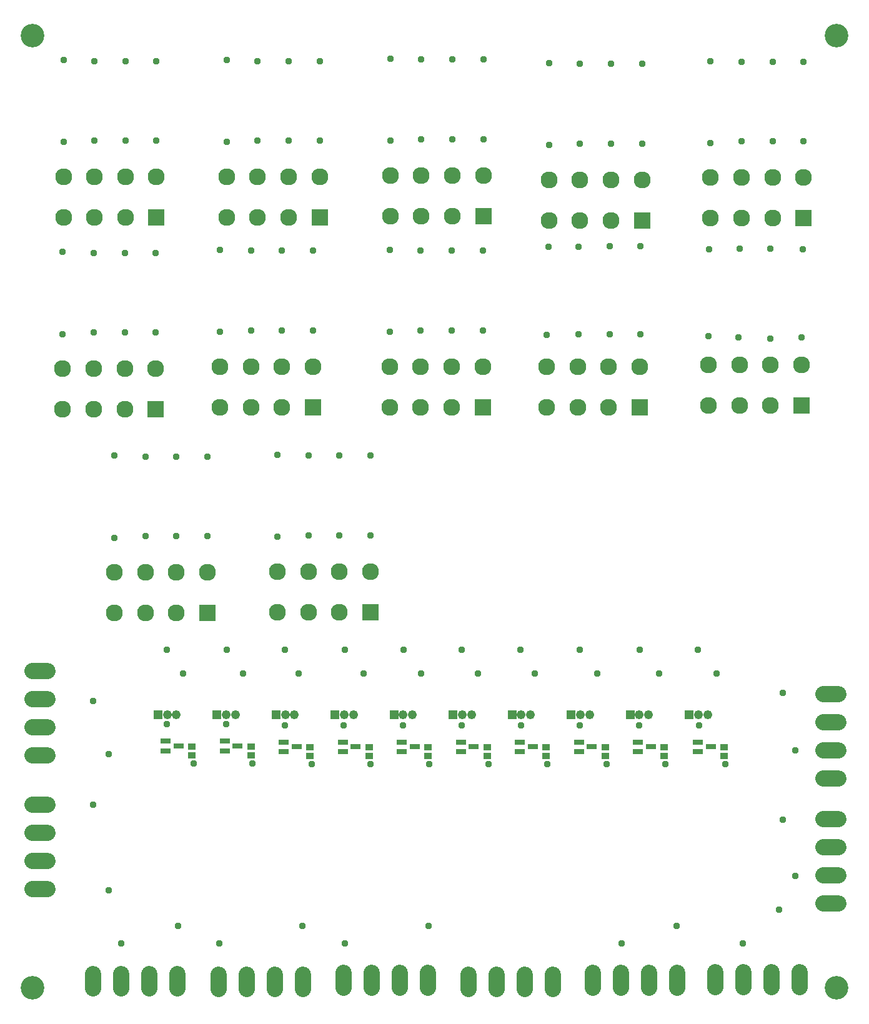
<source format=gbr>
G04 EAGLE Gerber RS-274X export*
G75*
%MOMM*%
%FSLAX34Y34*%
%LPD*%
%INSoldermask Bottom*%
%IPPOS*%
%AMOC8*
5,1,8,0,0,1.08239X$1,22.5*%
G01*
%ADD10C,3.203200*%
%ADD11R,2.298700X2.298700*%
%ADD12C,2.298700*%
%ADD13R,1.219200X1.219200*%
%ADD14C,1.219200*%
%ADD15C,2.203200*%
%ADD16R,1.371600X0.660400*%
%ADD17R,1.003200X0.903200*%
%ADD18C,0.959600*%


D10*
X30000Y30000D03*
X1120000Y30000D03*
X1120000Y1320000D03*
X30000Y1320000D03*
D11*
X197000Y814000D03*
D12*
X155000Y814000D03*
X113000Y814000D03*
X71000Y814000D03*
X197000Y869000D03*
X155000Y869000D03*
X113000Y869000D03*
X71000Y869000D03*
D11*
X198000Y1074000D03*
D12*
X156000Y1074000D03*
X114000Y1074000D03*
X72000Y1074000D03*
X198000Y1129000D03*
X156000Y1129000D03*
X114000Y1129000D03*
X72000Y1129000D03*
D11*
X410000Y817000D03*
D12*
X368000Y817000D03*
X326000Y817000D03*
X284000Y817000D03*
X410000Y872000D03*
X368000Y872000D03*
X326000Y872000D03*
X284000Y872000D03*
D11*
X419000Y1074000D03*
D12*
X377000Y1074000D03*
X335000Y1074000D03*
X293000Y1074000D03*
X419000Y1129000D03*
X377000Y1129000D03*
X335000Y1129000D03*
X293000Y1129000D03*
D11*
X640000Y817000D03*
D12*
X598000Y817000D03*
X556000Y817000D03*
X514000Y817000D03*
X640000Y872000D03*
X598000Y872000D03*
X556000Y872000D03*
X514000Y872000D03*
D11*
X641000Y1076000D03*
D12*
X599000Y1076000D03*
X557000Y1076000D03*
X515000Y1076000D03*
X641000Y1131000D03*
X599000Y1131000D03*
X557000Y1131000D03*
X515000Y1131000D03*
D11*
X488000Y539000D03*
D12*
X446000Y539000D03*
X404000Y539000D03*
X362000Y539000D03*
X488000Y594000D03*
X446000Y594000D03*
X404000Y594000D03*
X362000Y594000D03*
D11*
X267000Y538000D03*
D12*
X225000Y538000D03*
X183000Y538000D03*
X141000Y538000D03*
X267000Y593000D03*
X225000Y593000D03*
X183000Y593000D03*
X141000Y593000D03*
D11*
X856000Y1070000D03*
D12*
X814000Y1070000D03*
X772000Y1070000D03*
X730000Y1070000D03*
X856000Y1125000D03*
X814000Y1125000D03*
X772000Y1125000D03*
X730000Y1125000D03*
D11*
X1075000Y1073000D03*
D12*
X1033000Y1073000D03*
X991000Y1073000D03*
X949000Y1073000D03*
X1075000Y1128000D03*
X1033000Y1128000D03*
X991000Y1128000D03*
X949000Y1128000D03*
D11*
X1072000Y819000D03*
D12*
X1030000Y819000D03*
X988000Y819000D03*
X946000Y819000D03*
X1072000Y874000D03*
X1030000Y874000D03*
X988000Y874000D03*
X946000Y874000D03*
D11*
X853000Y817000D03*
D12*
X811000Y817000D03*
X769000Y817000D03*
X727000Y817000D03*
X853000Y872000D03*
X811000Y872000D03*
X769000Y872000D03*
X727000Y872000D03*
D13*
X200000Y400000D03*
D14*
X212446Y400000D03*
X224892Y400000D03*
D15*
X50000Y459000D02*
X30000Y459000D01*
X30000Y420900D02*
X50000Y420900D01*
X50000Y382800D02*
X30000Y382800D01*
X30000Y344700D02*
X50000Y344700D01*
X50000Y278000D02*
X30000Y278000D01*
X30000Y239900D02*
X50000Y239900D01*
X50000Y201800D02*
X30000Y201800D01*
X30000Y163700D02*
X50000Y163700D01*
X112000Y49000D02*
X112000Y29000D01*
X150100Y29000D02*
X150100Y49000D01*
X188200Y49000D02*
X188200Y29000D01*
X226300Y29000D02*
X226300Y49000D01*
X282000Y48000D02*
X282000Y28000D01*
X320100Y28000D02*
X320100Y48000D01*
X358200Y48000D02*
X358200Y28000D01*
X396300Y28000D02*
X396300Y48000D01*
X452000Y50000D02*
X452000Y30000D01*
X490100Y30000D02*
X490100Y50000D01*
X528200Y50000D02*
X528200Y30000D01*
X566300Y30000D02*
X566300Y50000D01*
X621000Y48000D02*
X621000Y28000D01*
X659100Y28000D02*
X659100Y48000D01*
X697200Y48000D02*
X697200Y28000D01*
X735300Y28000D02*
X735300Y48000D01*
X789000Y50000D02*
X789000Y30000D01*
X827100Y30000D02*
X827100Y50000D01*
X865200Y50000D02*
X865200Y30000D01*
X903300Y30000D02*
X903300Y50000D01*
X955000Y51000D02*
X955000Y31000D01*
X993100Y31000D02*
X993100Y51000D01*
X1031200Y51000D02*
X1031200Y31000D01*
X1069300Y31000D02*
X1069300Y51000D01*
X1102000Y144000D02*
X1122000Y144000D01*
X1122000Y182100D02*
X1102000Y182100D01*
X1102000Y220200D02*
X1122000Y220200D01*
X1122000Y258300D02*
X1102000Y258300D01*
X1102000Y314000D02*
X1122000Y314000D01*
X1122000Y352100D02*
X1102000Y352100D01*
X1102000Y390200D02*
X1122000Y390200D01*
X1122000Y428300D02*
X1102000Y428300D01*
D13*
X280000Y400000D03*
D14*
X292446Y400000D03*
X304892Y400000D03*
D13*
X360000Y400000D03*
D14*
X372446Y400000D03*
X384892Y400000D03*
D13*
X440000Y400000D03*
D14*
X452446Y400000D03*
X464892Y400000D03*
D13*
X520000Y400000D03*
D14*
X532446Y400000D03*
X544892Y400000D03*
D13*
X600000Y400000D03*
D14*
X612446Y400000D03*
X624892Y400000D03*
D13*
X680000Y400000D03*
D14*
X692446Y400000D03*
X704892Y400000D03*
D13*
X760000Y400000D03*
D14*
X772446Y400000D03*
X784892Y400000D03*
D13*
X840000Y400000D03*
D14*
X852446Y400000D03*
X864892Y400000D03*
D13*
X920000Y400000D03*
D14*
X932446Y400000D03*
X944892Y400000D03*
D16*
X210537Y351100D03*
X210537Y364100D03*
X228063Y357600D03*
D17*
X246000Y357000D03*
X246000Y345000D03*
D16*
X290537Y351100D03*
X290537Y364100D03*
X308063Y357600D03*
D17*
X326000Y357000D03*
X326000Y345000D03*
D16*
X370537Y350100D03*
X370537Y363100D03*
X388063Y356600D03*
D17*
X406000Y356000D03*
X406000Y344000D03*
D16*
X450537Y350100D03*
X450537Y363100D03*
X468063Y356600D03*
D17*
X486000Y356000D03*
X486000Y344000D03*
D16*
X530537Y350100D03*
X530537Y363100D03*
X548063Y356600D03*
D17*
X566000Y356000D03*
X566000Y344000D03*
D16*
X610537Y350100D03*
X610537Y363100D03*
X628063Y356600D03*
D17*
X646000Y356000D03*
X646000Y344000D03*
D16*
X690537Y350100D03*
X690537Y363100D03*
X708063Y356600D03*
D17*
X726000Y356000D03*
X726000Y344000D03*
D16*
X770537Y350100D03*
X770537Y363100D03*
X788063Y356600D03*
D17*
X806000Y356000D03*
X806000Y344000D03*
D16*
X850537Y350100D03*
X850537Y363100D03*
X868063Y356600D03*
D17*
X886000Y356000D03*
X886000Y344000D03*
D16*
X931537Y350100D03*
X931537Y363100D03*
X949063Y356600D03*
D17*
X967000Y356000D03*
X967000Y344000D03*
D18*
X155000Y1026000D03*
X113000Y918000D03*
X113000Y1026000D03*
X71000Y916000D03*
X71000Y1027000D03*
X155000Y918000D03*
X197000Y918000D03*
X197000Y1026000D03*
X156000Y1286000D03*
X114000Y1178000D03*
X114000Y1286000D03*
X72000Y1176000D03*
X72000Y1287000D03*
X156000Y1178000D03*
X198000Y1178000D03*
X198000Y1286000D03*
X368000Y1029000D03*
X326000Y921000D03*
X326000Y1029000D03*
X284000Y919000D03*
X284000Y1030000D03*
X368000Y921000D03*
X410000Y921000D03*
X410000Y1029000D03*
X377000Y1286000D03*
X335000Y1178000D03*
X335000Y1286000D03*
X293000Y1176000D03*
X293000Y1287000D03*
X377000Y1178000D03*
X419000Y1178000D03*
X419000Y1286000D03*
X598000Y1029000D03*
X556000Y921000D03*
X556000Y1029000D03*
X514000Y919000D03*
X514000Y1030000D03*
X598000Y921000D03*
X640000Y921000D03*
X640000Y1029000D03*
X599000Y1288000D03*
X557000Y1180000D03*
X557000Y1288000D03*
X515000Y1178000D03*
X515000Y1289000D03*
X599000Y1180000D03*
X641000Y1180000D03*
X641000Y1288000D03*
X446000Y751000D03*
X404000Y643000D03*
X404000Y751000D03*
X362000Y641000D03*
X362000Y752000D03*
X446000Y643000D03*
X488000Y643000D03*
X488000Y751000D03*
X225000Y750000D03*
X183000Y642000D03*
X183000Y750000D03*
X141000Y640000D03*
X141000Y751000D03*
X225000Y642000D03*
X267000Y642000D03*
X267000Y750000D03*
X814000Y1282000D03*
X772000Y1174000D03*
X772000Y1282000D03*
X730000Y1172000D03*
X730000Y1283000D03*
X814000Y1174000D03*
X856000Y1174000D03*
X856000Y1282000D03*
X1033000Y1285000D03*
X991000Y1177000D03*
X991000Y1285000D03*
X949000Y1175000D03*
X949000Y1286000D03*
X1033000Y1177000D03*
X1075000Y1177000D03*
X1075000Y1285000D03*
X1030000Y1032000D03*
X988000Y1032000D03*
X947000Y1031000D03*
X1074000Y1031000D03*
X1030000Y910000D03*
X987000Y911000D03*
X946000Y913000D03*
X1072000Y911000D03*
X854000Y1035000D03*
X854000Y916000D03*
X812000Y1035000D03*
X812000Y916000D03*
X770000Y1034000D03*
X770000Y916000D03*
X729000Y1034000D03*
X727000Y915000D03*
X1047000Y430000D03*
X1047000Y258000D03*
X1042000Y136000D03*
X903000Y114000D03*
X567000Y114000D03*
X396000Y114000D03*
X227000Y114000D03*
X133000Y162000D03*
X133000Y347000D03*
X234000Y456000D03*
X315000Y456000D03*
X391000Y456000D03*
X479000Y456000D03*
X557000Y456000D03*
X634000Y456000D03*
X711000Y456000D03*
X795000Y456000D03*
X879000Y456000D03*
X957000Y456000D03*
X112000Y419000D03*
X1064000Y352000D03*
X1064000Y182000D03*
X993000Y90000D03*
X828000Y90000D03*
X453000Y90000D03*
X283000Y90000D03*
X150000Y90000D03*
X112000Y278000D03*
X212000Y488000D03*
X293000Y488000D03*
X372000Y488000D03*
X453000Y488000D03*
X533000Y488000D03*
X612000Y488000D03*
X691000Y488000D03*
X772000Y488000D03*
X853000Y488000D03*
X932000Y488000D03*
X212000Y387000D03*
X292000Y387000D03*
X372000Y386000D03*
X452000Y386000D03*
X532000Y386000D03*
X612000Y386000D03*
X692000Y386000D03*
X772000Y386000D03*
X852000Y386000D03*
X933000Y386000D03*
X248000Y334000D03*
X328000Y334000D03*
X408000Y333000D03*
X488000Y333000D03*
X568000Y333000D03*
X648000Y333000D03*
X728000Y333000D03*
X808000Y333000D03*
X888000Y333000D03*
X969000Y333000D03*
M02*

</source>
